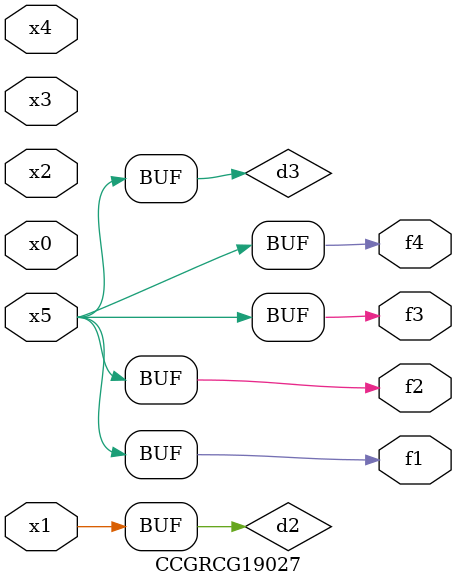
<source format=v>
module CCGRCG19027(
	input x0, x1, x2, x3, x4, x5,
	output f1, f2, f3, f4
);

	wire d1, d2, d3;

	not (d1, x5);
	or (d2, x1);
	xnor (d3, d1);
	assign f1 = d3;
	assign f2 = d3;
	assign f3 = d3;
	assign f4 = d3;
endmodule

</source>
